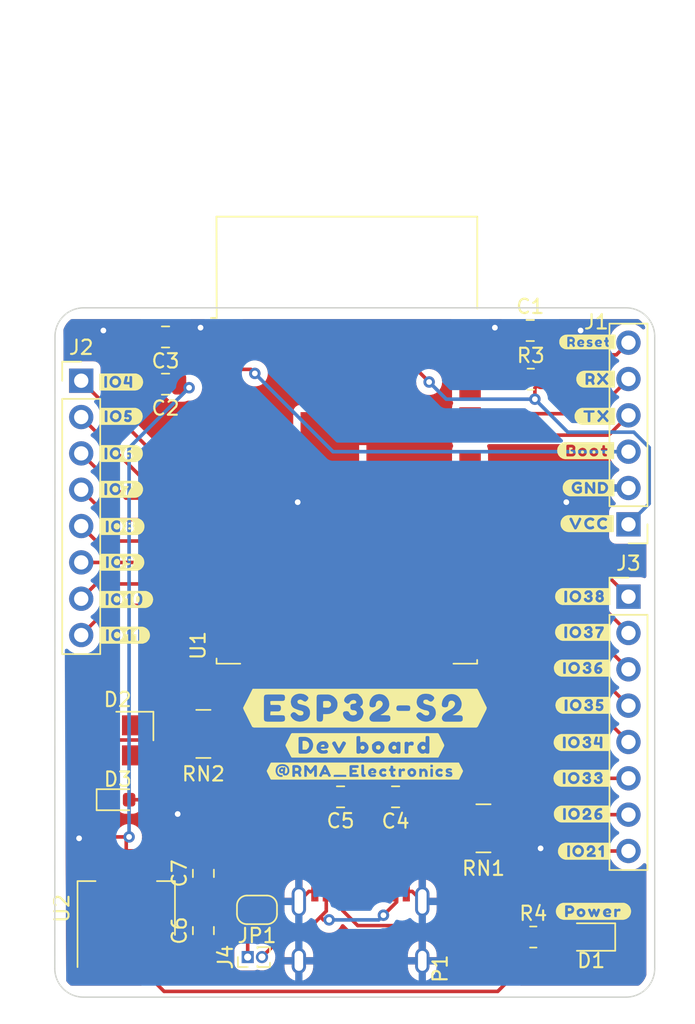
<source format=kicad_pcb>
(kicad_pcb (version 20210228) (generator pcbnew)
  (layers (0 "F.Cu" signal) (31 "B.Cu" signal) (34 "B.Paste" user) (35 "F.Paste" user) (36 "B.SilkS" user "B.Silkscreen") (37 "F.SilkS" user "F.Silkscreen") (38 "B.Mask" user) (39 "F.Mask" user) (44 "Edge.Cuts" user))
  (net 0 "")
  (net 1 "GND")
  (net 2 "Reset")
  (net 3 "VCC")
  (net 4 "/D+")
  (net 5 "/D-")
  (net 6 "VBUS")
  (net 7 "Net-(D1-Pad2)")
  (net 8 "Net-(D2-Pad3)")
  (net 9 "Net-(D2-Pad2)")
  (net 10 "Net-(D2-Pad1)")
  (net 11 "Net-(D3-Pad2)")
  (net 12 "VSS")
  (net 13 "RX")
  (net 14 "TX")
  (net 15 "Boot")
  (net 16 "Net-(J2-Pad8)")
  (net 17 "Net-(J2-Pad6)")
  (net 18 "Net-(J2-Pad4)")
  (net 19 "Net-(J2-Pad2)")
  (net 20 "Net-(J2-Pad7)")
  (net 21 "Net-(J2-Pad5)")
  (net 22 "Net-(J2-Pad3)")
  (net 23 "Net-(J2-Pad1)")
  (net 24 "Net-(J3-Pad8)")
  (net 25 "Net-(J3-Pad6)")
  (net 26 "Net-(J3-Pad4)")
  (net 27 "Net-(J3-Pad2)")
  (net 28 "Net-(J3-Pad7)")
  (net 29 "Net-(J3-Pad5)")
  (net 30 "Net-(J3-Pad3)")
  (net 31 "Net-(J3-Pad1)")
  (net 33 "Net-(P1-PadB5)")
  (net 34 "Net-(P1-PadA5)")
  (net 36 "/SDA")
  (net 37 "/SCL")
  (net 42 "Blue")
  (net 43 "Red")
  (net 44 "Green")
  (net 45 "Attention")
  (net 46 "/SDB")
  (net 56 "Net-(C6-Pad1)")
  (footprint "LED_SMD:LED_0603_1608Metric" (layer "F.Cu") (at 127.6125 102)
    (fp_text reference "D3" (at 0 -1.43) (layer "F.SilkS"))
    (fp_text value "LED")
    (pad "1" smd roundrect (at -0.7875 0) (size 0.875 0.95) (layers "F.Cu" "F.Paste" "F.Mask") (net 12 "VSS"))
    (pad "2" smd roundrect (at 0.7875 0) (size 0.875 0.95) (layers "F.Cu" "F.Paste" "F.Mask") (net 11 "Net-(D3-Pad2)"))
  )
  (footprint "Resistor_SMD:R_Array_Convex_4x0603" (layer "F.Cu") (at 153.2 104 180)
    (fp_text reference "RN1" (at 0 -2.8) (layer "F.SilkS"))
    (fp_text value "5.1k")
    (pad "1" smd rect (at -0.9 -1.2 180) (size 0.8 0.5) (layers "F.Cu" "F.Paste" "F.Mask") (net 1 "GND"))
    (pad "2" smd rect (at -0.9 -0.4 180) (size 0.8 0.4) (layers "F.Cu" "F.Paste" "F.Mask") (net 1 "GND"))
    (pad "3" smd rect (at -0.9 0.4 180) (size 0.8 0.4) (layers "F.Cu" "F.Paste" "F.Mask"))
    (pad "4" smd rect (at -0.9 1.2 180) (size 0.8 0.5) (layers "F.Cu" "F.Paste" "F.Mask"))
    (pad "5" smd rect (at 0.9 1.2 180) (size 0.8 0.5) (layers "F.Cu" "F.Paste" "F.Mask"))
    (pad "6" smd rect (at 0.9 0.4 180) (size 0.8 0.4) (layers "F.Cu" "F.Paste" "F.Mask"))
    (pad "7" smd rect (at 0.9 -0.4 180) (size 0.8 0.4) (layers "F.Cu" "F.Paste" "F.Mask") (net 34 "Net-(P1-PadA5)"))
    (pad "8" smd rect (at 0.9 -1.2 180) (size 0.8 0.5) (layers "F.Cu" "F.Paste" "F.Mask") (net 33 "Net-(P1-PadB5)"))
  )
  (footprint "Capacitor_SMD:C_0805_2012Metric" (layer "F.Cu") (at 147.05 101.8)
    (fp_text reference "C4" (at 0 1.7) (layer "F.SilkS"))
    (fp_text value "20pF")
    (pad "1" smd roundrect (at -0.95 0) (size 1 1.45) (layers "F.Cu" "F.Paste" "F.Mask") (net 4 "/D+"))
    (pad "2" smd roundrect (at 0.95 0) (size 1 1.45) (layers "F.Cu" "F.Paste" "F.Mask") (net 1 "GND"))
  )
  (footprint "buzzardLabel" (layer "F.Cu") (at 160.3 95.4)
    (fp_text reference "" (at 0 0) (layer "F.SilkS") (effects (font (size 1.27 1.27))))
    (fp_text value "" (at 0 0) (layer "F.SilkS") (effects (font (size 1.27 1.27))))
  )
  (footprint "NFCBusiness:W" (layer "F.Cu") (at 138 103.2)
    (fp_text reference "Ref**" hide)
    (fp_text value "Val**" hide)
    (fp_poly (pts (xy -1.630587 -2.420899) (xy -1.447524 -2.328559) (xy -1.311592 -2.194757) (xy -1.304211 -2.183555) (xy -1.265704 -2.11344) (xy -1.244213 -2.038839) (xy -1.23774 -1.938094) (xy -1.244287 -1.789546) (xy -1.255088 -1.651) (xy -1.268682 -1.442824) (xy -1.279873 -1.184894) (xy -1.287394 -0.912114) (xy -1.289962 -0.690936) (xy -1.289221 -0.458958) (xy -1.284387 -0.294975) (xy -1.273305 -0.182336) (xy -1.25382 -0.10439) (xy -1.223775 -0.044488) (xy -1.202268 -0.013603) (xy -1.116398 0.071274) (xy -1.002822 0.111004) (xy -0.929984 0.119227) (xy -0.68211 0.100096) (xy -0.454281 0.00289) (xy -0.240656 -0.175182) (xy -0.185776 -0.236175) (xy -0.081108 -0.349759) (xy 0.009066 -0.431822) (xy 0.066141 -0.465547) (xy 0.068112 -0.465666) (xy 0.123755 -0.432548) (xy 0.197182 -0.348904) (xy 0.229505 -0.301607) (xy 0.376869 -0.110873) (xy 0.526913 0.003226) (xy 0.674284 0.03902) (xy 0.813631 -0.005163) (xy 0.907971 -0.089777) (xy 0.988653 -0.198585) (xy 1.058934 -0.326542) (xy 1.126082 -0.490779) (xy 1.197364 -0.708426) (xy 1.255985 -0.910166) (xy 1.31545 -1.12099) (xy 1.377683 -1.340443) (xy 1.431333 -1.528529) (xy 1.442246 -1.566558) (xy 1.521416 -1.84195) (xy 1.949565 -2.005418) (xy 2.167567 -2.084028) (xy 2.315998 -2.126297) (xy 2.401001 -2.133773) (xy 2.422145 -2.124455) (xy 2.452677 -2.065526) (xy 2.41974 -2.005855) (xy 2.317286 -1.940366) (xy 2.13927 -1.863979) (xy 2.089887 -1.8454) (xy 1.930263 -1.78316) (xy 1.799296 -1.726134) (xy 1.71927 -1.684217) (xy 1.708527 -1.676067) (xy 1.680315 -1.619963) (xy 1.636526 -1.498254) (xy 1.582553 -1.327363) (xy 1.52379 -1.123712) (xy 1.507251 -1.063196) (xy 1.396737 -0.68139) (xy 1.290651 -0.376432) (xy 1.184846 -0.140938) (xy 1.075173 0.032475) (xy 0.957485 0.15119) (xy 0.827635 0.222591) (xy 0.776069 0.238398) (xy 0.602379 0.241191) (xy 0.418574 0.174646) (xy 0.246259 0.047924) (xy 0.192569 -0.009056) (xy 0.041511 -0.185533) (xy -0.128458 -0.008645) (xy -0.312966 0.157866) (xy -0.496288 0.260737) (xy -0.709082 0.314778) (xy -0.823587 0.327186) (xy -0.981029 0.333485) (xy -1.090094 0.317957) (xy -1.185756 0.27362) (xy -1.227666 0.246552) (xy -1.355913 0.118677) (xy -1.447302 -0.068507) (xy -1.502345 -0.318683) (xy -1.521551 -0.635539) (xy -1.505431 -1.022758) (xy -1.460818 -1.436924) (xy -1.432055 -1.688127) (xy -1.424811 -1.871541) (xy -1.442863 -2.002167) (xy -1.489991 -2.095003) (xy -1.569973 -2.165049) (xy -1.656298 -2.212878) (xy -1.801342 -2.257899) (xy -1.939703 -2.239415) (xy -2.087459 -2.15265) (xy -2.203421 -2.05035) (xy -2.298884 -1.96489) (xy -2.361491 -1.934189) (xy -2.413708 -1.94891) (xy -2.426473 -1.957639) (xy -2.473927 -2.002339) (xy -2.467648 -2.051331) (xy -2.429475 -2.110518) (xy -2.32004 -2.223928) (xy -2.167499 -2.330713) (xy -2.002595 -2.413218) (xy -1.856072 -2.453788) (xy -1.829026 -2.455333) (xy -1.630587 -2.420899)) (layer "F.Cu") (width 0.01) (fill solid))
  )
  (footprint "buzzardLabel" (layer "F.Cu") (at 144.9 100)
    (fp_text reference "" (at 0 0) (layer "F.SilkS") (effects (font (size 1.27 1.27))))
    (fp_text value "" (at 0 0) (layer "F.SilkS") (effects (font (size 1.27 1.27))))
  )
  (footprint "buzzardLabel" (layer "F.Cu") (at 144.91 95.6)
    (fp_text reference "" (at 0 0) (layer "F.SilkS") (effects (font (size 1.27 1.27))))
    (fp_text value "" (at 0 0) (layer "F.SilkS") (effects (font (size 1.27 1.27))))
  )
  (footprint "buzzardLabel" (layer "F.Cu") (at 160.2 92.8)
    (fp_text reference "" (at 0 0) (layer "F.SilkS") (effects (font (size 1.27 1.27))))
    (fp_text value "" (at 0 0) (layer "F.SilkS") (effects (font (size 1.27 1.27))))
  )
  (footprint "Dragos:EKINGLUX-E6" (layer "F.Cu") (at 127.5 97.85)
    (fp_text reference "D2" (at 0.1 -2.85) (layer "F.SilkS"))
    (fp_text value "LED_BGRA")
    (pad "1" smd rect (at 1.3 -1.05) (size 1.8 1.4) (layers "F.Cu" "F.Paste" "F.Mask") (net 10 "Net-(D2-Pad1)"))
    (pad "2" smd rect (at -1.3 -1.05) (size 1.8 1.4) (layers "F.Cu" "F.Paste" "F.Mask") (net 9 "Net-(D2-Pad2)"))
    (pad "3" smd rect (at 1.3 1.05) (size 1.8 1.4) (layers "F.Cu" "F.Paste" "F.Mask") (net 8 "Net-(D2-Pad3)"))
    (pad "4" smd rect (at -1.3 1.05) (size 1.8 1.4) (layers "F.Cu" "F.Paste" "F.Mask") (net 3 "VCC"))
  )
  (footprint "buzzardLabel" (layer "F.Cu") (at 160.3 90.3)
    (fp_text reference "" (at 0 0) (layer "F.SilkS") (effects (font (size 1.27 1.27))))
    (fp_text value "" (at 0 0) (layer "F.SilkS") (effects (font (size 1.27 1.27))))
  )
  (footprint "buzzardLabel" (layer "F.Cu") (at 144.905 98.2)
    (fp_text reference "" (at 0 0) (layer "F.SilkS") (effects (font (size 1.27 1.27))))
    (fp_text value "" (at 0 0) (layer "F.SilkS") (effects (font (size 1.27 1.27))))
  )
  (footprint "Capacitor_SMD:C_0805_2012Metric" (layer "F.Cu") (at 130.95 69.65 180)
    (fp_text reference "C3" (at 0 -1.68) (layer "F.SilkS"))
    (fp_text value "22uF")
    (pad "1" smd roundrect (at -0.95 0 180) (size 1 1.45) (layers "F.Cu" "F.Paste" "F.Mask") (net 3 "VCC"))
    (pad "2" smd roundrect (at 0.95 0 180) (size 1 1.45) (layers "F.Cu" "F.Paste" "F.Mask") (net 1 "GND"))
  )
  (footprint "buzzardLabel" (layer "F.Cu") (at 160.9 109.8)
    (fp_text reference "" (at 0 0) (layer "F.SilkS") (effects (font (size 1.27 1.27))))
    (fp_text value "" (at 0 0) (layer "F.SilkS") (effects (font (size 1.27 1.27))))
  )
  (footprint "buzzardLabel" (layer "F.Cu") (at 128 90.5)
    (fp_text reference "" (at 0 0) (layer "F.SilkS") (effects (font (size 1.27 1.27))))
    (fp_text value "" (at 0 0) (layer "F.SilkS") (effects (font (size 1.27 1.27))))
  )
  (footprint "Capacitor_SMD:C_0805_2012Metric" (layer "F.Cu") (at 133.6 111.15 90)
    (fp_text reference "C6" (at 0 -1.68 90) (layer "F.SilkS"))
    (fp_text value "1uF")
    (pad "1" smd roundrect (at -0.95 0 90) (size 1 1.45) (layers "F.Cu" "F.Paste" "F.Mask") (net 56 "Net-(C6-Pad1)"))
    (pad "2" smd roundrect (at 0.95 0 90) (size 1 1.45) (layers "F.Cu" "F.Paste" "F.Mask") (net 1 "GND"))
  )
  (footprint "buzzardLabel" (layer "F.Cu") (at 160.4 105.6)
    (fp_text reference "" (at 0 0) (layer "F.SilkS") (effects (font (size 1.27 1.27))))
    (fp_text value "" (at 0 0) (layer "F.SilkS") (effects (font (size 1.27 1.27))))
  )
  (footprint "buzzardLabel" (layer "F.Cu") (at 160.3 87.8)
    (fp_text reference "" (at 0 0) (layer "F.SilkS") (effects (font (size 1.27 1.27))))
    (fp_text value "" (at 0 0) (layer "F.SilkS") (effects (font (size 1.27 1.27))))
  )
  (footprint "buzzardLabel" (layer "F.Cu") (at 160.2 98)
    (fp_text reference "" (at 0 0) (layer "F.SilkS") (effects (font (size 1.27 1.27))))
    (fp_text value "" (at 0 0) (layer "F.SilkS") (effects (font (size 1.27 1.27))))
  )
  (footprint "buzzardLabel" (layer "F.Cu") (at 161.15 75.2)
    (fp_text reference "" (at 0 0) (layer "F.SilkS") (effects (font (size 1.27 1.27))))
    (fp_text value "" (at 0 0) (layer "F.SilkS") (effects (font (size 1.27 1.27))))
  )
  (footprint "buzzardLabel" (layer "F.Cu") (at 127.7 72.8)
    (fp_text reference "" (at 0 0) (layer "F.SilkS") (effects (font (size 1.27 1.27))))
    (fp_text value "" (at 0 0) (layer "F.SilkS") (effects (font (size 1.27 1.27))))
  )
  (footprint "Connector_PinHeader_1.00mm:PinHeader_1x02_P1.00mm_Vertical" (layer "F.Cu") (at 136.7 113 90)
    (fp_text reference "J4" (at 0 -1.56 90) (layer "F.SilkS"))
    (fp_text value "Conn_01x02")
    (pad "1" thru_hole rect (at 0 0 90) (size 0.85 0.85) (drill 0.5) (layers *.Cu *.Mask) (net 56 "Net-(C6-Pad1)"))
    (pad "2" thru_hole oval (at 0 1 90) (size 0.85 0.85) (drill 0.5) (layers *.Cu *.Mask) (net 6 "VBUS"))
  )
  (footprint "buzzardLabel" (layer "F.Cu") (at 160.7 80.2)
    (fp_text reference "" (at 0 0) (layer "F.SilkS") (effects (font (size 1.27 1.27))))
    (fp_text value "" (at 0 0) (layer "F.SilkS") (effects (font (size 1.27 1.27))))
  )
  (footprint "buzzardLabel" (layer "F.Cu") (at 127.7 80.3)
    (fp_text reference "" (at 0 0) (layer "F.SilkS") (effects (font (size 1.27 1.27))))
    (fp_text value "" (at 0 0) (layer "F.SilkS") (effects (font (size 1.27 1.27))))
  )
  (footprint "buzzardLabel" (layer "F.Cu") (at 127.8 85.4)
    (fp_text reference "" (at 0 0) (layer "F.SilkS") (effects (font (size 1.27 1.27))))
    (fp_text value "" (at 0 0) (layer "F.SilkS") (effects (font (size 1.27 1.27))))
  )
  (footprint "Capacitor_SMD:C_0805_2012Metric" (layer "F.Cu") (at 156.475 69.2)
    (fp_text reference "C1" (at 0 -1.68) (layer "F.SilkS"))
    (fp_text value "100nF")
    (pad "1" smd roundrect (at -0.95 0) (size 1 1.45) (layers "F.Cu" "F.Paste" "F.Mask") (net 2 "Reset"))
    (pad "2" smd roundrect (at 0.95 0) (size 1 1.45) (layers "F.Cu" "F.Paste" "F.Mask") (net 1 "GND"))
  )
  (footprint "Connector_PinHeader_2.54mm:PinHeader_1x08_P2.54mm_Vertical" (layer "F.Cu") (at 125.05 72.71)
    (fp_text reference "J2" (at 0 -2.33) (layer "F.SilkS"))
    (fp_text value "Conn_01x08")
    (pad "1" thru_hole rect (at 0 0) (size 1.7 1.7) (drill 1) (layers *.Cu *.Mask) (net 23 "Net-(J2-Pad1)"))
    (pad "2" thru_hole oval (at 0 2.54) (size 1.7 1.7) (drill 1) (layers *.Cu *.Mask) (net 19 "Net-(J2-Pad2)"))
    (pad "3" thru_hole oval (at 0 5.08) (size 1.7 1.7) (drill 1) (layers *.Cu *.Mask) (net 22 "Net-(J2-Pad3)"))
    (pad "4" thru_hole oval (at 0 7.62) (size 1.7 1.7) (drill 1) (layers *.Cu *.Mask) (net 18 "Net-(J2-Pad4)"))
    (pad "5" thru_hole oval (at 0 10.16) (size 1.7 1.7) (drill 1) (layers *.Cu *.Mask) (net 21 "Net-(J2-Pad5)"))
    (pad "6" thru_hole oval (at 0 12.7) (size 1.7 1.7) (drill 1) (layers *.Cu *.Mask) (net 17 "Net-(J2-Pad6)"))
    (pad "7" thru_hole oval (at 0 15.24) (size 1.7 1.7) (drill 1) (layers *.Cu *.Mask) (net 20 "Net-(J2-Pad7)"))
    (pad "8" thru_hole oval (at 0 17.78) (size 1.7 1.7) (drill 1) (layers *.Cu *.Mask) (net 16 "Net-(J2-Pad8)"))
  )
  (footprint "Resistor_SMD:R_0805_2012Metric" (layer "F.Cu") (at 156.6875 111.6)
    (fp_text reference "R4" (at 0 -1.65) (layer "F.SilkS"))
    (fp_text value "R")
    (pad "1" smd roundrect (at -0.9125 0) (size 1.025 1.4) (layers "F.Cu" "F.Paste" "F.Mask") (roundrect_rratio 0.2439024390243902) (net 3 "VCC"))
    (pad "2" smd roundrect (at 0.9125 0) (size 1.025 1.4) (layers "F.Cu" "F.Paste" "F.Mask") (roundrect_rratio 0.2439024390243902) (net 7 "Net-(D1-Pad2)"))
  )
  (footprint "LED_SMD:LED_0805_2012Metric" (layer "F.Cu") (at 160.7375 111.6 180)
    (fp_text reference "D1" (at 0 -1.65) (layer "F.SilkS"))
    (fp_text value "POWER" hide)
    (pad "1" smd roundrect (at -0.9375 0 180) (size 0.975 1.4) (layers "F.Cu" "F.Paste" "F.Mask") (net 1 "GND"))
    (pad "2" smd roundrect (at 0.9375 0 180) (size 0.975 1.4) (layers "F.Cu" "F.Paste" "F.Mask") (net 7 "Net-(D1-Pad2)"))
  )
  (footprint "Capacitor_SMD:C_0805_2012Metric" (layer "F.Cu") (at 130.95 72.95 180)
    (fp_text reference "C2" (at 0 -1.68) (layer "F.SilkS"))
    (fp_text value "100nF")
    (pad "1" smd roundrect (at -0.95 0 180) (size 1 1.45) (layers "F.Cu" "F.Paste" "F.Mask") (net 3 "VCC"))
    (pad "2" smd roundrect (at 0.95 0 180) (size 1 1.45) (layers "F.Cu" "F.Paste" "F.Mask") (net 1 "GND"))
  )
  (footprint "buzzardLabel" (layer "F.Cu") (at 127.7 77.8)
    (fp_text reference "" (at 0 0) (layer "F.SilkS") (effects (font (size 1.27 1.27))))
    (fp_text value "" (at 0 0) (layer "F.SilkS") (effects (font (size 1.27 1.27))))
  )
  (footprint "buzzardLabel" (layer "F.Cu") (at 160.2 100.5)
    (fp_text reference "" (at 0 0) (layer "F.SilkS") (effects (font (size 1.27 1.27))))
    (fp_text value "" (at 0 0) (layer "F.SilkS") (effects (font (size 1.27 1.27))))
  )
  (footprint "Resistor_SMD:R_0805_2012Metric" (layer "F.Cu") (at 156.5125 72.6)
    (fp_text reference "R3" (at 0 -1.65) (layer "F.SilkS"))
    (fp_text value "1k")
    (pad "1" smd roundrect (at -0.9125 0) (size 1.025 1.4) (layers "F.Cu" "F.Paste" "F.Mask") (roundrect_rratio 0.2439024390243902) (net 2 "Reset"))
    (pad "2" smd roundrect (at 0.9125 0) (size 1.025 1.4) (layers "F.Cu" "F.Paste" "F.Mask") (roundrect_rratio 0.2439024390243902) (net 3 "VCC"))
  )
  (footprint "buzzardLabel" (layer "F.Cu") (at 160.2 103)
    (fp_text reference "" (at 0 0) (layer "F.SilkS") (effects (font (size 1.27 1.27))))
    (fp_text value "" (at 0 0) (layer "F.SilkS") (effects (font (size 1.27 1.27))))
  )
  (footprint "Capacitor_SMD:C_0805_2012Metric" (layer "F.Cu") (at 143.2 101.8 180)
    (fp_text reference "C5" (at 0 -1.68) (layer "F.SilkS"))
    (fp_text value "20pF")
    (pad "1" smd roundrect (at -0.95 0 180) (size 1 1.45) (layers "F.Cu" "F.Paste" "F.Mask") (net 5 "/D-"))
    (pad "2" smd roundrect (at 0.95 0 180) (size 1 1.45) (layers "F.Cu" "F.Paste" "F.Mask") (net 1 "GND"))
  )
  (footprint "Connector_PinHeader_2.54mm:PinHeader_1x06_P2.54mm_Vertical" (layer "F.Cu") (at 163.35 82.75 180)
    (fp_text reference "J1" (at 2.25 14.15) (layer "F.SilkS"))
    (fp_text value "Program")
    (pad "1" thru_hole rect (at 0 0 180) (size 1.7 1.7) (drill 1) (layers *.Cu *.Mask) (net 3 "VCC"))
    (pad "2" thru_hole oval (at 0 2.54 180) (size 1.7 1.7) (drill 1) (layers *.Cu *.Mask) (net 1 "GND"))
    (pad "3" thru_hole oval (at 0 5.08 180) (size 1.7 1.7) (drill 1) (layers *.Cu *.Mask) (net 15 "Boot"))
    (pad "4" thru_hole oval (at 0 7.62 180) (size 1.7 1.7) (drill 1) (layers *.Cu *.Mask) (net 14 "TX"))
    (pad "5" thru_hole oval (at 0 10.16 180) (size 1.7 1.7) (drill 1) (layers *.Cu *.Mask) (net 13 "RX"))
    (pad "6" thru_hole oval (at 0 12.7 180) (size 1.7 1.7) (drill 1) (layers *.Cu *.Mask) (net 2 "Reset"))
  )
  (footprint "buzzardLabel" (layer "F.Cu") (at 128.1 88)
    (fp_text reference "" (at 0 0) (layer "F.SilkS") (effects (font (size 1.27 1.27))))
    (fp_text value "" (at 0 0) (layer "F.SilkS") (effects (font (size 1.27 1.27))))
  )
  (footprint "Jumper:SolderJumper-2_P1.3mm_Bridged_RoundedPad1.0x1.5mm" (layer "F.Cu") (at 137.35 109.7 180)
    (fp_text reference "JP1" (at 0 -1.8) (layer "F.SilkS"))
    (fp_text value "Jumper_NC_Small")
    (fp_poly (pts (xy 0.25 -0.3) (xy -0.25 -0.3) (xy -0.25 0.3) (xy 0.25 0.3)) (layer "F.Cu") (width 0) (fill solid))
    (pad "1" smd custom (at -0.65 0 180) (size 1 0.5) (layers "F.Cu" "F.Mask") (net 6 "VBUS") (options (clearance outline) (anchor rect)) (primitives (gr_circle (center 0 0.25) (end 0.5 0.25) (width 0) (fill yes)) (gr_circle (center 0 -0.25) (end 0.5 -0.25) (width 0) (fill yes)) (gr_poly (pts (xy 0 -0.75) (xy 0.5 -0.75) (xy 0.5 0.75) (xy 0 0.75)) (width 0) (fill yes))))
    (pad "2" smd custom (at 0.65 0 180) (size 1 0.5) (layers "F.Cu" "F.Mask") (net 56 "Net-(C6-Pad1)") (options (clearance outline) (anchor rect)) (primitives (gr_circle (center 0 0.25) (end 0.5 0.25) (width 0) (fill yes)) (gr_circle (center 0 -0.25) (end 0.5 -0.25) (width 0) (fill yes)) (gr_poly (pts (xy 0 -0.75) (xy -0.5 -0.75) (xy -0.5 0.75) (xy 0 0.75)) (width 0) (fill yes))))
  )
  (footprint "Connector_PinHeader_2.54mm:PinHeader_1x08_P2.54mm_Vertical" (layer "F.Cu") (at 163.35 87.805)
    (fp_text reference "J3" (at 0 -2.33) (layer "F.SilkS"))
    (fp_text value "Conn_01x08")
    (pad "1" thru_hole rect (at 0 0) (size 1.7 1.7) (drill 1) (layers *.Cu *.Mask) (net 31 "Net-(J3-Pad1)"))
    (pad "2" thru_hole oval (at 0 2.54) (size 1.7 1.7) (drill 1) (layers *.Cu *.Mask) (net 27 "Net-(J3-Pad2)"))
    (pad "3" thru_hole oval (at 0 5.08) (size 1.7 1.7) (drill 1) (layers *.Cu *.Mask) (net 30 "Net-(J3-Pad3)"))
    (pad "4" thru_hole oval (at 0 7.62) (size 1.7 1.7) (drill 1) (layers *.Cu *.Mask) (net 26 "Net-(J3-Pad4)"))
    (pad "5" thru_hole oval (at 0 10.16) (size 1.7 1.7) (drill 1) (layers *.Cu *.Mask) (net 29 "Net-(J3-Pad5)"))
    (pad "6" thru_hole oval (at 0 12.7) (size 1.7 1.7) (drill 1) (layers *.Cu *.Mask) (net 25 "Net-(J3-Pad6)"))
    (pad "7" thru_hole oval (at 0 15.24) (size 1.7 1.7) (drill 1) (layers *.Cu *.Mask) (net 28 "Net-(J3-Pad7)"))
    (pad "8" thru_hole oval (at 0 17.78) (size 1.7 1.7) (drill 1) (layers *.Cu *.Mask) (net 24 "Net-(J3-Pad8)"))
  )
  (footprint "RF_Module:ESP32-S2-WROVER" (layer "F.Cu") (at 143.64 80.69)
    (fp_text reference "U1" (at -10.41 10.53 90) (layer "F.SilkS"))
    (fp_text value "ESP32-S2-WROVER")
    (pad "1" smd rect (at -8.625 -11.775) (size 1.5 0.9) (layers "F.Cu" "F.Paste" "F.Mask") (net 1 "GND"))
    (pad "2" smd rect (at -8.625 -10.275) (size 1.5 0.9) (layers "F.Cu" "F.Paste" "F.Mask") (net 3 "VCC"))
    (pad "3" smd rect (at -8.625 -8.775) (size 1.5 0.9) (layers "F.Cu" "F.Paste" "F.Mask") (net 15 "Boot"))
    (pad "4" smd rect (at -8.625 -7.275) (size 1.5 0.9) (layers "F.Cu" "F.Paste" "F.Mask"))
    (pad "5" smd rect (at -8.625 -5.775) (size 1.5 0.9) (layers "F.Cu" "F.Paste" "F.Mask"))
    (pad "6" smd rect (at -8.625 -4.275) (size 1.5 0.9) (layers "F.Cu" "F.Paste" "F.Mask"))
    (pad "7" smd rect (at -8.625 -2.775) (size 1.5 0.9) (layers "F.Cu" "F.Paste" "F.Mask") (net 23 "Net-(J2-Pad1)"))
    (pad "8" smd rect (at -8.625 -1.275) (size 1.5 0.9) (layers "F.Cu" "F.Paste" "F.Mask") (net 19 "Net-(J2-Pad2)"))
    (pad "9" smd rect (at -8.625 0.225) (size 1.5 0.9) (layers "F.Cu" "F.Paste" "F.Mask") (net 22 "Net-(J2-Pad3)"))
    (pad "10" smd rect (at -8.625 1.725) (size 1.5 0.9) (layers "F.Cu" "F.Paste" "F.Mask") (net 18 "Net-(J2-Pad4)"))
    (pad "11" smd rect (at -8.625 3.225) (size 1.5 0.9) (layers "F.Cu" "F.Paste" "F.Mask") (net 21 "Net-(J2-Pad5)"))
    (pad "12" smd rect (at -8.625 4.725) (size 1.5 0.9) (layers "F.Cu" "F.Paste" "F.Mask") (net 17 "Net-(J2-Pad6)"))
    (pad "13" smd rect (at -8.625 6.225) (size 1.5 0.9) (layers "F.Cu" "F.Paste" "F.Mask") (net 20 "Net-(J2-Pad7)"))
    (pad "14" smd rect (at -8.625 7.725) (size 1.5 0.9) (layers "F.Cu" "F.Paste" "F.Mask") (net 16 "Net-(J2-Pad8)"))
    (pad "15" smd rect (at -8.625 9.225 180) (size 1.5 0.9) (layers "F.Cu" "F.Paste" "F.Mask") (net 46 "/SDB"))
    (pad "16" smd rect (at -8.625 10.725 180) (size 1.5 0.9) (layers "F.Cu" "F.Paste" "F.Mask") (net 36 "/SDA"))
    (pad "17" smd rect (at -6.75 11.475) (size 0.9 1.5) (layers "F.Cu" "F.Paste" "F.Mask") (net 37 "/SCL"))
    (pad "18" smd rect (at -5.25 11.475) (size 0.9 1.5) (layers "F.Cu" "F.Paste" "F.Mask") (net 42 "Blue"))
    (pad "19" smd rect (at -3.75 11.475) (size 0.9 1.5) (layers "F.Cu" "F.Paste" "F.Mask") (net 44 "Green"))
    (pad "20" smd rect (at -2.25 11.475) (size 0.9 1.5) (layers "F.Cu" "F.Paste" "F.Mask") (net 43 "Red"))
    (pad "21" smd rect (at -0.75 11.475) (size 0.9 1.5) (layers "F.Cu" "F.Paste" "F.Mask") (net 45 "Attention"))
    (pad "22" smd rect (at 0.75 11.475) (size 0.9 1.5) (layers "F.Cu" "F.Paste" "F.Mask") (net 5 "/D-"))
    (pad "23" smd rect (at 2.25 11.475) (size 0.9 1.5) (layers "F.Cu" "F.Paste" "F.Mask") (net 4 "/D+"))
    (pad "24" smd rect (at 3.75 11.475) (size 0.9 1.5) (layers "F.Cu" "F.Paste" "F.Mask") (net 24 "Net-(J3-Pad8)"))
    (pad "25" smd rect (at 5.25 11.475) (size 0.9 1.5) (layers "F.Cu" "F.Paste" "F.Mask") (net 28 "Net-(J3-Pad7)"))
    (pad "26" smd rect (at 6.75 11.475) (size 0.9 1.5) (layers "F.Cu" "F.Paste" "F.Mask") (net 1 "GND"))
    (pad "27" smd rect (at 8.625 10.825) (size 1.5 0.9) (layers "F.Cu" "F.Paste" "F.Mask") (net 25 "Net-(J3-Pad6)"))
    (pad "28" smd rect (at 8.625 9.325) (size 1.5 0.9) (layers "F.Cu" "F.Paste" "F.Mask") (net 29 "Net-(J3-Pad5)"))
    (pad "29" smd rect (at 8.625 7.825) (size 1.5 0.9) (layers "F.Cu" "F.Paste" "F.Mask") (net 26 "Net-(J3-Pad4)"))
    (pad "30" smd rect (at 8.625 6.325) (size 1.5 0.9) (layers "F.Cu" "F.Paste" "F.Mask") (net 30 "Net-(J3-Pad3)"))
    (pad "31" smd rect (at 8.625 4.825) (size 1.5 0.9) (layers "F.Cu" "F.Paste" "F.Mask") (net 27 "Net-(J3-Pad2)"))
    (pad "32" smd rect (at 8.625 3.325) (size 1.5 0.9) (layers "F.Cu" "F.Paste" "F.Mask") (net 31 "Net-(J3-Pad1)"))
    (pad "33" smd rect (at 8.625 1.825) (size 1.5 0.9) (layers "F.Cu" "F.Paste" "F.Mask"))
    (pad "34" smd rect (at 8.625 0.325) (size 1.5 0.9) (layers "F.Cu" "F.Paste" "F.Mask"))
    (pad "35" smd rect (at 8.625 -1.175) (size 1.5 0.9) (layers "F.Cu" "F.Paste" "F.Mask"))
    (pad "36" smd rect (at 8.625 -2.675) (size 1.5 0.9) (layers "F.Cu" "F.Paste" "F.Mask"))
    (pad "37" smd rect (at 8.625 -4.175) (size 1.5 0.9) (layers "F.Cu" "F.Paste" "F.Mask") (net 14 "TX"))
    (pad "38" smd rect (at 8.625 -5.675) (size 1.5 0.9) (layers "F.Cu" "F.Paste" "F.Mask") (net 13 "RX"))
    (pad "39" smd rect (at 8.625 -7.175) (size 1.5 0.9) (layers "F.Cu" "F.Paste" "F.Mask"))
    (pad "40" smd rect (at 8.625 -8.775) (size 1.5 0.9) (layers "F.Cu" "F.Paste" "F.Mask"))
    (pad "41" smd rect (at 8.625 -10.275) (size 1.5 0.9) (layers "F.Cu" "F.Paste" "F.Mask") (net 2 "Reset"))
    (pad "42" smd rect (at 8.625 -11.675) (size 1.5 0.9) (layers "F.Cu" "F.Paste" "F.Mask") (net 1 "GND"))
    (pad "43" smd rect (at -1.19 -3.735) (size 4.1 4.1) (layers "F.Cu" "F.Paste" "F.Mask") (net 1 "GND"))
  )
  (footprint "Package_TO_SOT_SMD:SOT-223-3_TabPin2" (layer "F.Cu") (at 128.2 109.6 90)
    (fp_text reference "U2" (at 0 -4.5 90) (layer "F.SilkS"))
    (fp_text value "TLV1117-33")
    (pad "1" smd rect (at -3.15 -2.3 90) (size 2 1.5) (layers "F.Cu" "F.Paste" "F.Mask") (net 1 "GND"))
    (pad "2" smd rect (at -3.15 0 90) (size 2 1.5) (layers "F.Cu" "F.Paste" "F.Mask") (net 3 "VCC"))
    (pad "2" smd rect (at 3.15 0 90) (size 2 3.8) (layers "F.Cu" "F.Paste" "F.Mask") (net 3 "VCC"))
    (pad "3" smd rect (at -3.15 2.3 90) (size 2 1.5) (layers "F.Cu" "F.Paste" "F.Mask") (net 56 "Net-(C6-Pad1)"))
  )
  (footprint "buzzardLabel" (layer "F.Cu") (at 127.8 82.9)
    (fp_text reference "" (at 0 0) (layer "F.SilkS") (effects (font (size 1.27 1.27))))
    (fp_text value "" (at 0 0) (layer "F.SilkS") (effects (font (size 1.27 1.27))))
  )
  (footprint "buzzardLabel" (layer "F.Cu") (at 127.7 75.2)
    (fp_text reference "" (at 0 0) (layer "F.SilkS") (effects (font (size 1.27 1.27))))
    (fp_text value "" (at 0 0) (layer "F.SilkS") (effects (font (size 1.27 1.27))))
  )
  (footprint "buzzardLabel" (layer "F.Cu") (at 161.2 72.6)
    (fp_text reference "" (at 0 0) (layer "F.SilkS") (effects (font (size 1.27 1.27))))
    (fp_text value "" (at 0 0) (layer "F.SilkS") (effects (font (size 1.27 1.27))))
  )
  (footprint "Capacitor_SMD:C_0805_2012Metric" (layer "F.Cu") (at 133.6 107.15 90)
    (fp_text reference "C7" (at 0 -1.68 90) (layer "F.SilkS"))
    (fp_text value "1uF")
    (pad "1" smd roundrect (at -0.95 0 90) (size 1 1.45) (layers "F.Cu" "F.Paste" "F.Mask") (net 3 "VCC"))
    (pad "2" smd roundrect (at 0.95 0 90) (size 1 1.45) (layers "F.Cu" "F.Paste" "F.Mask") (net 1 "GND"))
  )
  (footprint "Resistor_SMD:R_Array_Convex_4x0603" (layer "F.Cu") (at 133.6 97.4 180)
    (fp_text reference "RN2" (at 0 -2.8) (layer "F.SilkS"))
    (fp_text value "270")
    (pad "1" smd rect (at -0.9 -1.2 180) (size 0.8 0.5) (layers "F.Cu" "F.Paste" "F.Mask") (net 45 "Attention"))
    (pad "2" smd rect (at -0.9 -0.4 180) (size 0.8 0.4) (layers "F.Cu" "F.Paste" "F.Mask") (net 43 "Red"))
    (pad "3" smd rect (at -0.9 0.4 180) (size 0.8 0.4) (layers "F.Cu" "F.Paste" "F.Mask") (net 44 "Green"))
    (pad "4" smd rect (at -0.9 1.2 180) (size 0.8 0.5) (layers "F.Cu" "F.Paste" "F.Mask") (net 42 "Blue"))
    (pad "5" smd rect (at 0.9 1.2 180) (size 0.8 0.5) (layers "F.Cu" "F.Paste" "F.Mask") (net 10 "Net-(D2-Pad1)"))
    (pad "6" smd rect (at 0.9 0.4 180) (size 0.8 0.4) (layers "F.Cu" "F.Paste" "F.Mask") (net 9 "Net-(D2-Pad2)"))
    (pad "7" smd rect (at 0.9 -0.4 180) (size 0.8 0.4) (layers "F.Cu" "F.Paste" "F.Mask") (net 8 "Net-(D2-Pad3)"))
    (pad "8" smd rect (at 0.9 -1.2 180) (size 0.8 0.5) (layers "F.Cu" "F.Paste" "F.Mask") (net 11 "Net-(D3-Pad2)"))
  )
  (footprint "buzzardLabel" (layer "F.Cu") (at 160.6 82.7)
    (fp_text reference "" (at 0 0) (layer "F.SilkS") (effects (font (size 1.27 1.27))))
    (fp_text value "" (at 0 0) (layer "F.SilkS") (effects (font (size 1.27 1.27))))
  )
  (footprint "buzzardLabel" (layer "F.Cu") (at 160.5 77.6)
    (fp_text reference "" (at 0 0) (layer "F.SilkS") (effects (font (size 1.27 1.27))))
    (fp_text value "" (at 0 0) (layer "F.SilkS") (effects (font (size 1.27 1.27))))
  )
  (footprint "BadgePirates:USB_C_Receptical-Jing" (layer "F.Cu") (at 144.6 109.1125)
    (fp_text reference "P1" (at 5.575 4.7 90) (layer "F.SilkS"))
    (fp_text value "USB_C_Plug_corrected")
    (pad "" np_thru_hole circle (at 2.89 0.5) (size 0.65 0.65) (drill 0.65) (layers *.Cu *.Mask))
    (pad "" np_thru_hole circle (at -2.89 0.5) (size 0.65 0.65) (drill 0.65) (layers *.Cu *.Mask))
    (pad "A1" smd rect (at -3.325 -0.7) (size 0.25 1.4) (layers "F.Cu" "F.Paste" "F.Mask") (net 1 "GND"))
    (pad "A4" smd rect (at -2.525 -0.7) (size 0.25 1.4) (layers "F.Cu" "F.Paste" "F.Mask") (net 6 "VBUS"))
    (pad "A5" smd rect (at -1.25 -0.7) (size 0.25 1.4) (layers "F.Cu" "F.Paste" "F.Mask") (net 34 "Net-(P1-PadA5)"))
    (pad "A6" smd rect (at -0.25 -0.7) (size 0.25 1.4) (layers "F.Cu" "F.Paste" "F.Mask") (net 4 "/D+"))
    (pad "A7" smd rect (at 0.25 -0.7) (size 0.25 1.4) (layers "F.Cu" "F.Paste" "F.Mask") (net 5 "/D-"))
    (pad "A8" smd rect (at -1.75 -0.7) (size 0.25 1.4) (layers "F.Cu" "F.Paste" "F.Mask"))
    (pad "A9" smd rect (at 2.525 -0.7) (size 0.25 1.4) (layers "F.Cu" "F.Paste" "F.Mask") (net 6 "VBUS"))
    (pad "A12" smd rect (at 3.325 -0.7) (size 0.25 1.4) (layers "F.Cu" "F.Paste" "F.Mask") (net 1 "GND"))
    (pad "B1" smd rect (at 3.075 -0.7) (size 0.25 1.4) (layers "F.Cu" "F.Paste" "F.Mask") (net 1 "GND"))
    (pad "B4" smd rect (at 2.275 -0.7) (size 0.25 1.4) (layers "F.Cu" "F.Paste" "F.Mask") (net 6 "VBUS"))
    (pad "B5" smd rect (at 1.75 -0.7) (size 0.25 1.4) (layers "F.Cu" "F.Paste" "F.Mask") (net 33 "Net-(P1-PadB5)"))
    (pad "B6" smd rect (at 0.75 -0.7) (size 0.25 1.4) (layers "F.Cu" "F.Paste" "F.Mask") (net 4 "/D+"))
    (pad "B7" smd rect (at -0.75 -0.7) (size 0.25 1.4) (layers "F.Cu" "F.Paste" "F.Mask") (net 5 "/D-"))
    (pad "B8" smd rect (at 1.25 -0.7) (size 0.25 1.4) (layers "F.Cu" "F.Paste" "F.Mask"))
    (pad "B9" smd rect (at -2.275 -0.7) (size 0.25 1.4) (layers "F.Cu" "F.Paste" "F.Mask") (net 6 "VBUS"))
    (pad "B12" smd rect (at -3.075 -0.7) (size 0.25 1.4) (layers "F.Cu" "F.Paste" "F.Mask") (net 1 "GND"))
    (pad "S1" thru_hole oval (at -4.32 4.15) (size 1 1.8) (drill oval 0.6 1.4) (layers *.Cu *.Mask) (net 1 "GND"))
    (pad "S1" thru_hole oval (at 4.32 0) (size 1 2.1) (drill oval 0.6 1.7) (layers *.Cu *.Mask) (net 1 "GND"))
    (pad "S1" thru_hole oval (at -4.32 0) (size 1 2.1) (drill oval 0.6 1.7) (layers *.Cu *.Mask) (net 1 "GND"))
    (pad "S1" thru_hole oval (at 4.32 4.15) (size 1 1.8) (drill oval 0.6 1.4) (layers *.Cu *.Mask) (net 1 "GND"))
  )
  (footprint "buzzardLabel" (layer "F.Cu") (at 160.6 70)
    (fp_text reference "" (at 0 0) (layer "F.SilkS") (effects (font (size 1.27 1.27))))
    (fp_text value "" (at 0 0) (layer "F.SilkS") (effects (font (size 1.27 1.27))))
  )
  (gr_arc (start 125.2 113.8) (end 123.2 113.8) (angle -90) (layer "Edge.Cuts") (width 0.1))
  (gr_arc (start 163.185786 69.614214) (end 165.185786 69.614214) (angle -90) (layer "Edge.Cuts") (width 0.1))
  (gr_line (start 123.214214 69.614214) (end 123.2 113.8) (layer "Edge.Cuts") (width 0.1))
  (gr_arc (start 163.185786 113.8) (end 163.185786 115.8) (angle -90) (layer "Edge.Cuts") (width 0.1))
  (gr_arc (start 125.214214 69.614214) (end 125.214214 67.614214) (angle -90) (layer "Edge.Cuts") (width 0.1))
  (gr_line (start 163.185786 67.614214) (end 125.214214 67.614214) (layer "Edge.Cuts") (width 0.1))
  (gr_line (start 125.2 115.8) (end 163.185786 115.8) (layer "Edge.Cuts") (width 0.1))
  (gr_line (start 165.185786 113.8) (end 165.185786 69.614214) (layer "Edge.Cuts") (width 0.1))
  (segment (start 147.675 108.4125) (end 147.925 108.4125) (width 0.25) (layer "F.Cu") (net 1))
  (segment (start 148.22 108.4125) (end 148.92 109.1125) (width 0.25) (layer "F.Cu") (net 1))
  (segment (start 141.525 108.4125) (end 141.275 108.4125) (width 0.25) (layer "F.Cu") (net 1))
  (segment (start 141.275 108.4125) (end 140.98 108.4125) (width 0.25) (layer "F.Cu") (net 1))
  (segment (start 147.925 108.4125) (end 148.22 108.4125) (width 0.25) (layer "F.Cu") (net 1))
  (segment (start 140.98 108.4125) (end 140.28 109.1125) (width 0.25) (layer "F.Cu") (net 1))
  (via (at 133.4 69) (size 0.8) (drill 0.4) (layers "F.Cu" "B.Cu") (net 1))
  (via (at 131.8 103) (size 0.8) (drill 0.4) (layers "F.Cu" "B.Cu") (net 1))
  (via (at 160 69.2) (size 0.8) (drill 0.4) (layers "F.Cu" "B.Cu") (net 1))
  (via (at 126.6 69.2) (size 0.8) (drill 0.4) (layers "F.Cu" "B.Cu") (net 1))
  (via (at 154 69) (size 0.8) (drill 0.4) (layers "F.Cu" "B.Cu") (net 1))
  (via (at 124.9 104.7) (size 0.8) (drill 0.4) (layers "F.Cu" "B.Cu") (net 1))
  (via (at 157.2 105.4) (size 0.8) (drill 0.4) (layers "F.Cu" "B.Cu") (net 1))
  (via (at 159 81.2) (size 0.8) (drill 0.4) (layers "F.Cu" "B.Cu") (net 1))
  (via (at 140.2 81.2) (size 0.8) (drill 0.4) (layers "F.Cu" "B.Cu") (net 1))
  (segment (start 162.5 70.9) (end 163.35 70.05) (width 0.25) (layer "F.Cu") (net 2))
  (segment (start 154.31 70.415) (end 152.265 70.415) (width 0.25) (layer "F.Cu") (net 2))
  (segment (start 157.225 70.9) (end 162.5 70.9) (width 0.25) (layer "F.Cu") (net 2))
  (segment (start 155.525 69.2) (end 157.225 70.9) (width 0.25) (layer "F.Cu") (net 2))
  (segment (start 155.525 69.2) (end 154.31 70.415) (width 0.25) (layer "F.Cu") (net 2))
  (segment (start 155.6 69.275) (end 155.525 69.2) (width 0.25) (layer "F.Cu") (net 2))
  (segment (start 155.6 72.6) (end 155.6 69.275) (width 0.25) (layer "F.Cu") (net 2))
  (segment (start 131.9 69.65) (end 131.9 72.95) (width 0.25) (layer "F.Cu") (net 3))
  (segment (start 135.015 70.415) (end 132.665 70.415) (width 0.25) (layer "F.Cu") (net 3))
  (segment (start 132.665 70.415) (end 131.9 69.65) (width 0.25) (layer "F.Cu") (net 3))
  (segment (start 128.2 106.45) (end 128.2 104.8) (width 0.25) (layer "F.Cu") (net 3))
  (segment (start 124.4 102.2) (end 124.4 99.6) (width 0.25) (layer "F.Cu") (net 3))
  (segment (start 156.8 73.225) (end 157.425 72.6) (width 0.25) (layer "F.Cu") (net 3))
  (segment (start 147.015 70.415) (end 149.4 72.8) (width 0.25) (layer "F.Cu") (net 3))
  (segment (start 128.2 104.8) (end 128.4 104.6) (width 0.25) (layer "F.Cu") (net 3))
  (segment (start 135.015 70.415) (end 147.015 70.415) (width 0.25) (layer "F.Cu") (net 3))
  (segment (start 131.9 72.95) (end 132.35 72.95) (width 0.25) (layer "F.Cu") (net 3))
  (segment (start 125.1 98.9) (end 126.2 98.9) (width 0.25) (layer "F.Cu") (net 3))
  (segment (start 155.775 113.825) (end 154.2 115.4) (width 0.25) (layer "F.Cu") (net 3))
  (segment (start 128.2 112.75) (end 128.2 106.45) (width 0.25) (layer "F.Cu") (net 3))
  (segment (start 126.8 104.6) (end 124.4 102.2) (width 0.25) (layer "F.Cu") (net 3))
  (segment (start 132.35 72.95) (end 132.6 73.2) (width 0.25) (layer "F.Cu") (net 3))
  (segment (start 131.95 106.45) (end 133.6 108.1) (width 0.25) (layer "F.Cu") (net 3))
  (segment (start 155.775 111.6) (end 155.775 113.825) (width 0.25) (layer "F.Cu") (net 3))
  (segment (start 154.2 115.4) (end 130.85 115.4) (width 0.25) (layer "F.Cu") (net 3))
  (segment (start 156.8 74) (end 156.8 73.225) (width 0.25) (layer "F.Cu") (net 3))
  (segment (start 124.4 99.6) (end 125.1 98.9) (width 0.25) (layer "F.Cu") (net 3))
  (segment (start 130.85 115.4) (end 128.2 112.75) (width 0.25) (layer "F.Cu") (net 3))
  (segment (start 128.4 104.6) (end 126.8 104.6) (width 0.25) (layer "F.Cu") (net 3))
  (segment (start 128.2 106.45) (end 131.95 106.45) (width 0.25) (layer "F.Cu") (net 3))
  (via (at 149.4 72.8) (size 0.8) (drill 0.4) (layers "F.Cu" "B.Cu") (net 3))
  (via (at 132.6 73.2) (size 0.8) (drill 0.4) (layers "F.Cu" "B.Cu") (net 3))
  (via (at 128.4 104.6) (size 0.8) (drill 0.4) (layers "F.Cu" "B.Cu") (net 3))
  (via (at 156.8 74) (size 0.8) (drill 0.4) (layers "F.Cu" "B.Cu") (net 3))
  (segment (start 150.6 74) (end 156.8 74) (width 0.25) (layer "B.Cu") (net 3))
  (segment (start 163.724028 76.305011) (end 164.8 77.380983) (width 0.25) (layer "B.Cu") (net 3))
  (segment (start 159.105011 76.305011) (end 163.724028 76.305011) (width 0.25) (layer "B.Cu") (net 3))
  (segment (start 128.4 77.4) (end 128.4 104.6) (width 0.25) (layer "B.Cu") (net 3))
  (segment (start 164.8 81.3) (end 163.35 82.75) (width 0.25) (layer "B.Cu") (net 3))
  (segment (start 164.8 77.380983) (end 164.8 81.3) (width 0.25) (layer "B.Cu") (net 3))
  (segment (start 132.6 73.2) (end 128.4 77.4) (width 0.25) (layer "B.Cu") (net 3))
  (segment (start 149.4 72.8) (end 150.6 74) (width 0.25) (layer "B.Cu") (net 3))
  (segment (start 156.8 74) (end 159.105011 76.305011) (width 0.25) (layer "B.Cu") (net 3))
  (segment (start 145.350001 101.050001) (end 146.1 101.8) (width 0.2) (layer "F.Cu") (net 4))
  (segment (start 145.350001 100.768199) (end 145.350001 101.050001) (width 0.2) (layer "F.Cu") (net 4))
  (segment (start 144.6375 109.6) (end 145.0625 109.6) (width 0.2) (layer "F.Cu") (net 4))
  (segment (start 145.89 92.165) (end 145.89 93.290001) (width 0.2) (layer "F.Cu") (net 4))
  (segment (start 145.325 105.0068) (end 144.600001 104.281801) (width 0.2) (layer "F.Cu") (net 4))
  (segment (start 144.600001 104.281801) (end 144.600001 103.299999) (width 0.2) (layer "F.Cu") (net 4))
  (segment (start 144.35 108.4125) (end 144.35 109.3125) (width 0.2) (layer "F.Cu") (net 4))
  (segment (start 145.0625 109.6) (end 145.35 109.3125) (width 0.2) (layer "F.Cu") (net 4))
  (segment (start 144.600001 103.299999) (end 146.1 101.8) (width 0.2) (layer "F.Cu") (net 4))
  (segment (start 145.89 93.290001) (end 145.365 93.815001) (width 0.2) (layer "F.Cu") (net 4))
  (segment (start 145.35 109.3125) (end 145.35 108.4125) (width 0.2) (layer "F.Cu") (net 4))
  (segment (start 145.365 100.7532) (end 145.350001 100.768199) (width 0.2) (layer "F.Cu") (net 4))
  (segment (start 145.35 108.4125) (end 145.35 107.362499) (width 0.2) (layer "F.Cu") (net 4))
  (segment (start 145.35 107.362499) (end 145.325 107.337499) (width 0.2) (layer "F.Cu") (net 4))
  (segment (start 145.365 93.815001) (end 145.365 100.7532) (width 0.2) (layer "F.Cu") (net 4))
  (segment (start 145.325 107.337499) (end 145.325 105.0068) (width 0.2) (layer "F.Cu") (net 4))
  (segment (start 144.35 109.3125) (end 144.6375 109.6) (width 0.2) (layer "F.Cu") (net 4))
  (segment (start 144.915 100.5668) (end 144.899999 100.581801) (width 0.2) (layer "F.Cu") (net 5))
  (segment (start 144.6875 106.675) (end 144.875 106.675) (width 0.2) (layer "F.Cu") (net 5))
  (segment (start 144.39 92.165) (end 144.39 93.290001) (width 0.2) (layer "F.Cu") (net 5))
  (segment (start 144.39 93.290001) (end 144.915 93.815001) (width 0.2) (layer "F.Cu") (net 5))
  (segment (start 144.875 106.675) (end 144.875 105.1932) (width 0.2) (layer "F.Cu") (net 5))
  (segment (start 144.875 107.337499) (end 144.875 106.675) (width 0.2) (layer "F.Cu") (net 5))
  (segment (start 144.85 107.362499) (end 144.875 107.337499) (width 0.2) (layer "F.Cu") (net 5))
  (segment (start 144.915 93.815001) (end 144.915 100.5668) (width 0.2) (layer "F.Cu") (net 5))
  (segment (start 144.899999 101.050001) (end 144.15 101.8) (width 0.2) (layer "F.Cu") (net 5))
  (segment (start 144.85 108.4125) (end 144.85 107.362499) (width 0.2) (layer "F.Cu") (net 5))
  (segment (start 144.15 104.4682) (end 144.15 101.8) (width 0.2) (layer "F.Cu") (net 5))
  (segment (start 144.875 105.1932) (end 144.15 104.4682) (width 0.2) (layer "F.Cu") (net 5))
  (segment (start 143.85 108.4125) (end 143.85 107.5125) (width 0.2) (layer "F.Cu") (net 5))
  (segment (start 143.85 107.5125) (end 144.6875 106.675) (width 0.2) (layer "F.Cu") (net 5))
  (segment (start 144.899999 100.581801) (end 144.899999 101.050001) (width 0.2) (layer "F.Cu") (net 5))
  (segment (start 142.2 108.4) (end 142.2 109.788532) (width 0.25) (layer "F.Cu") (net 6))
  (segment (start 140.288532 111.7) (end 139.4 111.7) (width 0.25) (layer "F.Cu") (net 6))
  (segment (start 139.4 111.7) (end 139 111.7) (width 0.25) (layer "F.Cu") (net 6))
  (segment (start 142.1875 108.4125) (end 142.2 108.4) (width 0.25) (layer "F.Cu") (net 6))
  (segment (start 139.4 111.7) (end 139.4 111.1) (width 0.25) (layer "F.Cu") (net 6))
  (segment (start 142.4 110.4) (end 142 110.4) (width 0.25) (layer "F.Cu") (net 6))
  (segment (start 139.4 111.1) (end 138 109.7) (width 0.25) (layer "F.Cu") (net 6))
  (segment (start 147.125 109.15) (end 146.2 110.075) (width 0.25) (layer "F.Cu") (net 6))
  (segment (start 139 111.7) (end 137.7 113) (width 0.25) (layer "F.Cu") (net 6))
  (segment (start 142.2 109.788532) (end 141.794266 110.194266) (width 0.25) (layer "F.Cu") (net 6))
  (segment (start 142.075 108.4125) (end 142.1875 108.4125) (width 0.25) (layer "F.Cu") (net 6))
  (segment (start 147.125 108.4125) (end 147.125 109.15) (width 0.25) (layer "F.Cu") (net 6))
  (segment (start 141.794266 110.194266) (end 140.288532 111.7) (width 0.25) (layer "F.Cu") (net 6))
  (segment (start 142 110.4) (end 141.794266 110.194266) (width 0.25) (layer "F.Cu") (net 6))
  (via (at 146.2 110.075) (size 0.8) (drill 0.4) (layers "F.Cu" "B.Cu") (net 6))
  (via (at 142.4 110.4) (size 0.8) (drill 0.4) (layers "F.Cu" "B.Cu") (net 6))
  (segment (start 146.2 110.075) (end 145.875 110.4) (width 0.25) (layer "B.Cu") (net 6))
  (segment (start 145.875 110.4) (end 142.4 110.4) (width 0.25) (layer "B.Cu") (net 6))
  (segment (start 157.6 111.6) (end 159.8 111.6) (width 0.25) (layer "F.Cu") (net 7))
  (segment (start 131.16498 98.9) (end 132.26498 97.8) (width 0.25) (layer "F.Cu") (net 8))
  (segment (start 128.8 98.9) (end 131.16498 98.9) (width 0.25) (layer "F.Cu") (net 8))
  (segment (start 132.26498 97.8) (end 132.7 97.8) (width 0.25) (layer "F.Cu") (net 8))
  (segment (start 127.425011 97.825011) (end 131.224989 97.825011) (width 0.25) (layer "F.Cu") (net 9))
  (segment (start 131.224989 97.825011) (end 132.05 97) (width 0.25) (layer "F.Cu") (net 9))
  (segment (start 132.05 97) (end 132.7 97) (width 0.25) (layer "F.Cu") (net 9))
  (segment (start 126.4 96.8) (end 127.425011 97.825011) (width 0.25) (layer "F.Cu") (net 9))
  (segment (start 126.2 96.8) (end 126.4 96.8) (width 0.25) (layer "F.Cu") (net 9))
  (segment (start 129.4 96.2) (end 132.7 96.2) (width 0.25) (layer "F.Cu") (net 10))
  (segment (start 128.8 96.8) (end 129.4 96.2) (width 0.25) (layer "F.Cu") (net 10))
  (segment (start 132.7 98.6) (end 129.3 102) (width 0.25) (layer "F.Cu") (net 11))
  (segment (start 129.3 102) (end 128.4 102) (width 0.25) (layer "F.Cu") (net 11))
  (segment (start 160.925 75.015) (end 163.35 72.59) (width 0.25) (layer "F.Cu") (net 13))
  (segment (start 152.265 75.015) (end 160.925 75.015) (width 0.25) (layer "F.Cu") (net 13))
  (segment (start 152.265 76.515) (end 161.965 76.515) (width 0.25) (layer "F.Cu") (net 14))
  (segment (start 161.965 76.515) (end 163.35 75.13) (width 0.25) (layer "F.Cu") (net 14))
  (segment (start 136.915 71.915) (end 137.2 72.2) (width 0.25) (layer "F.Cu") (net 15))
  (segment (start 135.015 71.915) (end 136.915 71.915) (width 0.25) (layer "F.Cu") (net 15))
  (via (at 137.2 72.2) (size 0.8) (drill 0.4) (layers "F.Cu" "B.Cu") (net 15))
  (segment (start 142.67 77.67) (end 163.35 77.67) (width 0.25) (layer "B.Cu") (net 15))
  (segment (start 137.2 72.2) (end 142.67 77.67) (width 0.25) (layer "B.Cu") (net 15))
  (segment (start 135.015 88.415) (end 127.125 88.415) (width 0.25) (layer "F.Cu") (net 16))
  (segment (start 127.125 88.415) (end 125.05 90.49) (width 0.25) (layer "F.Cu") (net 16))
  (segment (start 135.015 85.415) (end 125.055 85.415) (width 0.25) (layer "F.Cu") (net 17))
  (segment (start 125.055 85.415) (end 125.05 85.41) (width 0.25) (layer "F.Cu") (net 17))
  (segment (start 135.015 82.415) (end 127.135 82.415) (width 0.25) (layer "F.Cu") (net 18))
  (segment (start 127.135 82.415) (end 125.05 80.33) (width 0.25) (layer "F.Cu") (net 18))
  (segment (start 129.215 79.415) (end 125.05 75.25) (width 0.25) (layer "F.Cu") (net 19))
  (segment (start 135.015 79.415) (end 129.215 79.415) (width 0.25) (layer "F.Cu") (net 19))
  (segment (start 126.085 86.915) (end 125.05 87.95) (width 0.25) (layer "F.Cu") (net 20))
  (segment (start 135.015 86.915) (end 126.085 86.915) (width 0.25) (layer "F.Cu") (net 20))
  (segment (start 126.095 83.915) (end 125.05 82.87) (width 0.25) (layer "F.Cu") (net 21))
  (segment (start 135.015 83.915) (end 126.095 83.915) (width 0.25) (layer "F.Cu") (net 21))
  (segment (start 128.175 80.915) (end 125.05 77.79) (width 0.25) (layer "F.Cu") (net 22))
  (segment (start 135.015 80.915) (end 128.175 80.915) (width 0.25) (layer "F.Cu") (net 22))
  (segment (start 130.255 77.915) (end 125.05 72.71) (width 0.25) (layer "F.Cu") (net 23))
  (segment (start 135.015 77.915) (end 130.255 77.915) (width 0.25) (layer "F.Cu") (net 23))
  (segment (start 163.35 105.585) (end 160.51 105.585) (width 0.25) (layer "F.Cu") (net 24))
  (segment (start 147.39 92.465) (end 147.39 92.165) (width 0.25) (layer "F.Cu") (net 24))
  (segment (start 160.51 105.585) (end 147.39 92.465) (width 0.25) (layer "F.Cu") (net 24))
  (segment (start 161.255 100.505) (end 152.265 91.515) (width 0.25) (layer "F.Cu") (net 25))
  (segment (start 163.35 100.505) (end 161.255 100.505) (width 0.25) (layer "F.Cu") (net 25))
  (segment (start 156.44 88.515) (end 152.265 88.515) (width 0.25) (layer "F.Cu") (net 26))
  (segment (start 163.35 95.425) (end 156.44 88.515) (width 0.25) (layer "F.Cu") (net 26))
  (segment (start 158.52 85.515) (end 152.265 85.515) (width 0.25) (layer "F.Cu") (net 27))
  (segment (start 163.35 90.345) (end 158.52 85.515) (width 0.25) (layer "F.Cu") (net 27))
  (segment (start 159.47 103.045) (end 148.89 92.465) (width 0.25) (layer "F.Cu") (net 28))
  (segment (start 163.35 103.045) (end 159.47 103.045) (width 0.25) (layer "F.Cu") (net 28))
  (segment (start 148.89 92.465) (end 148.89 92.165) (width 0.25) (layer "F.Cu") (net 28))
  (segment (start 155.4 90.015) (end 152.265 90.015) (width 0.25) (layer "F.Cu") (net 29))
  (segment (start 163.35 97.965) (end 155.4 90.015) (width 0.25) (layer "F.Cu") (net 29))
  (segment (start 157.48 87.015) (end 152.265 87.015) (width 0.25) (layer "F.Cu") (net 30))
  (segment (start 163.35 92.885) (end 157.48 87.015) (width 0.25) (layer "F.Cu") (net 30))
  (segment (start 163.35 87.805) (end 159.56 84.015) (width 0.25) (layer "F.Cu") (net 31))
  (segment (start 159.56 84.015) (end 152.265 84.015) (width 0.25) (layer "F.Cu") (net 31))
  (segment (start 148.2 105.2) (end 146.35 107.05) (width 0.25) (layer "F.Cu") (net 33))
  (segment (start 146.35 107.05) (end 146.35 108.4125) (width 0.25) (layer "F.Cu") (net 33))
  (segment (start 152.3 105.2) (end 148.2 105.2) (width 0.25) (layer "F.Cu") (net 33))
  (segment (start 153.025011 108.774989) (end 151 110.8) (width 0.25) (layer "F.Cu") (net 34))
  (segment (start 144.4 110.8) (end 143.35 109.75) (width 0.25) (layer "F.Cu") (net 34))
  (segment (start 151 110.8) (end 144.4 110.8) (width 0.25) (layer "F.Cu") (net 34))
  (segment (start 153.025011 104.689991) (end 153.025011 108.774989) (width 0.25) (layer "F.Cu") (net 34))
  (segment (start 152.73502 104.4) (end 153.025011 104.689991) (width 0.25) (layer "F.Cu") (net 34))
  (segment (start 152.3 104.4) (end 152.73502 104.4) (width 0.25) (layer "F.Cu") (net 34))
  (segment (start 143.35 109.75) (end 143.35 108.4125) (width 0.25) (layer "F.Cu") (net 34))
  (segment (start 136.8 96.2) (end 138.4 94.6) (width 0.25) (layer "F.Cu") (net 42))
  (segment (start 138.4 94.6) (end 138.39 94.59) (width 0.25) (layer "F.Cu") (net 42))
  (segment (start 134.5 96.2) (end 136.8 96.2) (width 0.25) (layer "F.Cu") (net 42))
  (segment (start 138.39 94.59) (end 138.39 92.165) (width 0.25) (layer "F.Cu") (net 42))
  (segment (start 141.39 93.846424) (end 141.39 92.165) (width 0.25) (layer "F.Cu") (net 43))
  (segment (start 137.436424 97.8) (end 141.39 93.846424) (width 0.25) (layer "F.Cu") (net 43))
  (segment (start 134.5 97.8) (end 137.436424 97.8) (width 0.25) (layer "F.Cu") (net 43))
  (segment (start 139.89 94.51) (end 139.89 92.165) (width 0.25) (layer "F.Cu") (net 44))
  (segment (start 134.5 97) (end 137.4 97) (width 0.25) (layer "F.Cu") (net 44))
  (segment (start 137.4 97) (end 139.89 94.51) (width 0.25) (layer "F.Cu") (net 44))
  (segment (start 135.225011 98.524989) (end 137.530011 98.524989) (width 0.25) (layer "F.Cu") (net 45))
  (segment (start 142.89 93.165) (end 142.89 92.165) (width 0.25) (layer "F.Cu") (net 45))
  (segment (start 137.530011 98.524989) (end 142.89 93.165) (width 0.25) (layer "F.Cu") (net 45))
  (segment (start 134.5 98.6) (end 135.15 98.6) (width 0.25) (layer "F.Cu") (net 45))
  (segment (start 135.15 98.6) (end 135.225011 98.524989) (width 0.25) (layer "F.Cu") (net 45))
  (segment (start 136.7 109.7) (end 135.65 110.75) (width 0.25) (layer "F.Cu") (net 56))
  (segment (start 136.7 111.8) (end 135.65 110.75) (width 0.25) (layer "F.Cu") (net 56))
  (segment (start 134.3 112.1) (end 133.6 112.1) (width 0.25) (layer "F.Cu") (net 56))
  (segment (start 131.2 112.35) (end 131.2 112.38502) (width 0.25) (layer "F.Cu") (net 56))
  (segment (start 135.65 110.75) (end 134.3 112.1) (width 0.25) (layer "F.Cu") (net 56))
  (segment (start 133.6 112.1) (end 131.15 112.1) (width 0.25) (layer "F.Cu") (net 56))
  (segment (start 136.7 113) (end 136.7 111.8) (width 0.25) (layer "F.Cu") (net 56))
  (segment (start 134.15 111.7) (end 133.5 112.35) (width 0.25) (layer "F.Cu") (net 56))
  (zone (net 1) (net_name "GND") (layers F&B.Cu) (connect_pads (clearance 0.508)) (min_thickness 0.254) (fill yes (thermal_gap 0.508) (thermal_bridge_width 0.508))
    (polygon (pts (xy 164.6 115) (xy 124 115) (xy 123.8 68.4) (xy 164.6 68.4)))
  )
  (zone (net 1) (net_name "GND") (layer "F.Cu") (connect_pads (clearance 0.508)) (min_thickness 0.254) (fill yes (thermal_gap 0.508) (thermal_bridge_width 0.508))
    (polygon (pts (xy 164.6 115) (xy 124 115) (xy 123.8 68.4) (xy 164.6 68.4)))
  )
)
</source>
